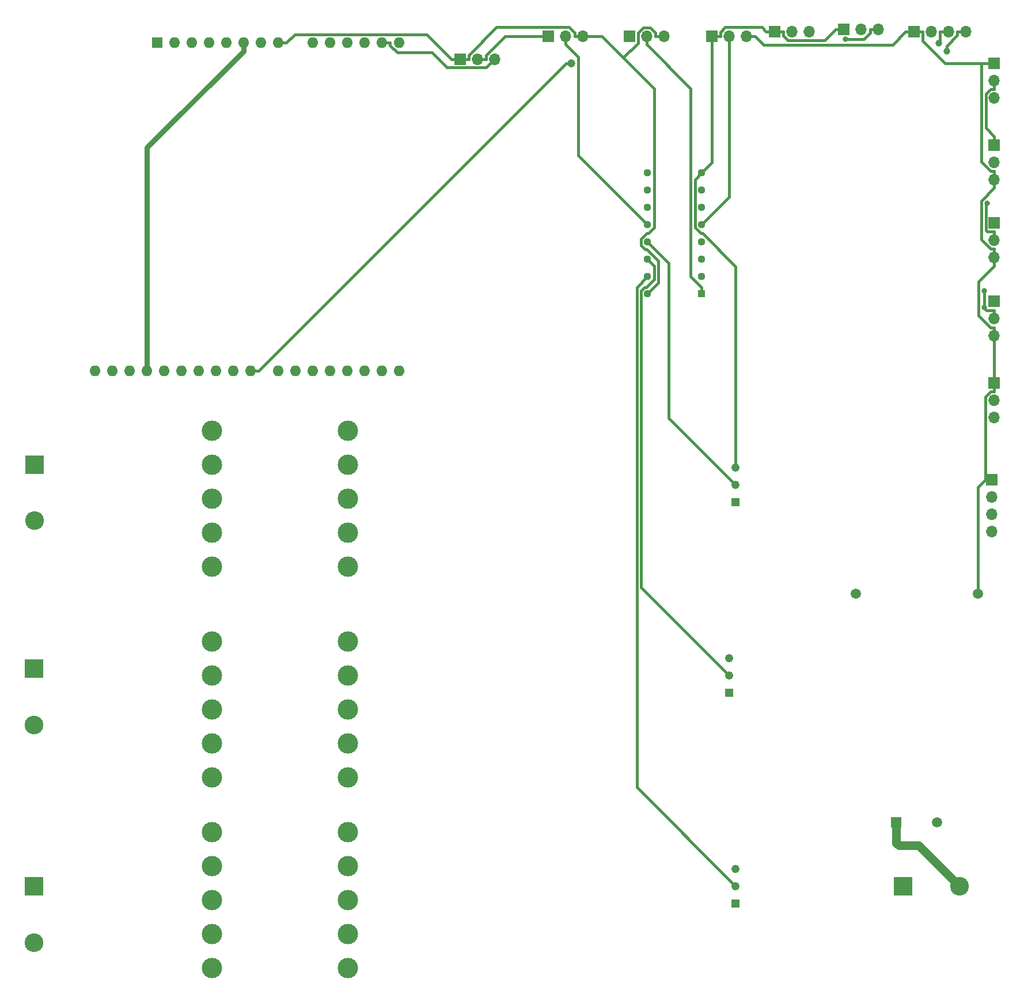
<source format=gbl>
%TF.GenerationSoftware,KiCad,Pcbnew,6.0.4-6f826c9f35~116~ubuntu18.04.1*%
%TF.CreationDate,2022-03-30T21:42:36+05:30*%
%TF.ProjectId,dg Monitor,6467204d-6f6e-4697-946f-722e6b696361,rev?*%
%TF.SameCoordinates,Original*%
%TF.FileFunction,Copper,L2,Bot*%
%TF.FilePolarity,Positive*%
%FSLAX46Y46*%
G04 Gerber Fmt 4.6, Leading zero omitted, Abs format (unit mm)*
G04 Created by KiCad (PCBNEW 6.0.4-6f826c9f35~116~ubuntu18.04.1) date 2022-03-30 21:42:36*
%MOMM*%
%LPD*%
G01*
G04 APERTURE LIST*
%TA.AperFunction,ComponentPad*%
%ADD10R,1.700000X1.700000*%
%TD*%
%TA.AperFunction,ComponentPad*%
%ADD11O,1.700000X1.700000*%
%TD*%
%TA.AperFunction,ComponentPad*%
%ADD12R,2.743200X2.743200*%
%TD*%
%TA.AperFunction,ComponentPad*%
%ADD13C,2.743200*%
%TD*%
%TA.AperFunction,ComponentPad*%
%ADD14O,1.600000X1.600000*%
%TD*%
%TA.AperFunction,ComponentPad*%
%ADD15R,1.600000X1.600000*%
%TD*%
%TA.AperFunction,ComponentPad*%
%ADD16R,1.218000X1.218000*%
%TD*%
%TA.AperFunction,ComponentPad*%
%ADD17C,1.218000*%
%TD*%
%TA.AperFunction,ComponentPad*%
%ADD18C,3.000000*%
%TD*%
%TA.AperFunction,ComponentPad*%
%ADD19R,1.130000X1.130000*%
%TD*%
%TA.AperFunction,ComponentPad*%
%ADD20C,1.130000*%
%TD*%
%TA.AperFunction,ComponentPad*%
%ADD21R,1.500000X1.500000*%
%TD*%
%TA.AperFunction,ComponentPad*%
%ADD22C,1.500000*%
%TD*%
%TA.AperFunction,ViaPad*%
%ADD23C,1.000000*%
%TD*%
%TA.AperFunction,ViaPad*%
%ADD24C,0.800000*%
%TD*%
%TA.AperFunction,ViaPad*%
%ADD25C,1.200000*%
%TD*%
%TA.AperFunction,Conductor*%
%ADD26C,0.400000*%
%TD*%
%TA.AperFunction,Conductor*%
%ADD27C,0.760000*%
%TD*%
%TA.AperFunction,Conductor*%
%ADD28C,1.270000*%
%TD*%
G04 APERTURE END LIST*
D10*
%TO.P,J11,1,Pin_1*%
%TO.N,+5V*%
X188200000Y-23375000D03*
D11*
%TO.P,J11,2,Pin_2*%
%TO.N,GND*%
X190740000Y-23375000D03*
%TO.P,J11,3,Pin_3*%
%TO.N,/Arduino Uno/dCo*%
X193280000Y-23375000D03*
%TO.P,J11,4,Pin_4*%
%TO.N,/Arduino Uno/aCo*%
X195820000Y-23375000D03*
%TD*%
D12*
%TO.P,J14,1,Pin_1*%
%TO.N,Net-(J14-Pad1)*%
X58925000Y-86999500D03*
D13*
%TO.P,J14,2,Pin_2*%
%TO.N,Net-(J14-Pad2)*%
X58925000Y-95254500D03*
%TD*%
D12*
%TO.P,J1,1,Pin_1*%
%TO.N,Net-(J1-Pad1)*%
X186624500Y-149000500D03*
D13*
%TO.P,J1,2,Pin_2*%
%TO.N,Net-(J1-Pad2)*%
X194879500Y-149000500D03*
%TD*%
D10*
%TO.P,J5,1,Pin_1*%
%TO.N,GND*%
X200000000Y-40000000D03*
D11*
%TO.P,J5,2,Pin_2*%
%TO.N,/Arduino Uno/temp*%
X200000000Y-42540000D03*
%TO.P,J5,3,Pin_3*%
%TO.N,+5V*%
X200000000Y-45080000D03*
%TD*%
D14*
%TO.P,A1,32,SCL/A5*%
%TO.N,unconnected-(A1-Pad32)*%
X67810500Y-73244500D03*
%TO.P,A1,31,SDA/A4*%
%TO.N,unconnected-(A1-Pad31)*%
X70350500Y-73244500D03*
%TO.P,A1,30,AREF*%
%TO.N,unconnected-(A1-Pad30)*%
X72890500Y-73244500D03*
%TO.P,A1,29,GND*%
%TO.N,GND*%
X75430500Y-73244500D03*
%TO.P,A1,28,D13*%
%TO.N,unconnected-(A1-Pad28)*%
X77970500Y-73244500D03*
%TO.P,A1,27,D12*%
%TO.N,unconnected-(A1-Pad27)*%
X80510500Y-73244500D03*
%TO.P,A1,26,D11*%
%TO.N,unconnected-(A1-Pad26)*%
X83050500Y-73244500D03*
%TO.P,A1,25,D10*%
%TO.N,unconnected-(A1-Pad25)*%
X85590500Y-73244500D03*
%TO.P,A1,24,D9*%
%TO.N,/Arduino Uno/echo*%
X88130500Y-73244500D03*
%TO.P,A1,23,D8*%
%TO.N,/Arduino Uno/dCo*%
X90670500Y-73244500D03*
%TO.P,A1,22,D7*%
%TO.N,Net-(A1-Pad22)*%
X94730500Y-73244500D03*
%TO.P,A1,21,D6*%
%TO.N,Net-(A1-Pad21)*%
X97270500Y-73244500D03*
%TO.P,A1,20,D5*%
%TO.N,Net-(A1-Pad20)*%
X99810500Y-73244500D03*
%TO.P,A1,19,D4*%
%TO.N,/Arduino Uno/temp*%
X102350500Y-73244500D03*
%TO.P,A1,18,D3*%
%TO.N,/Arduino Uno/trig*%
X104890500Y-73244500D03*
%TO.P,A1,17,D2*%
%TO.N,/Arduino Uno/vibration*%
X107430500Y-73244500D03*
%TO.P,A1,16,D1/TX*%
%TO.N,unconnected-(A1-Pad16)*%
X109970500Y-73244500D03*
%TO.P,A1,15,D0/RX*%
%TO.N,unconnected-(A1-Pad15)*%
X112510500Y-73244500D03*
%TO.P,A1,14,SCL/A5*%
%TO.N,/Arduino Uno/press*%
X112510500Y-24984500D03*
%TO.P,A1,13,SDA/A4*%
%TO.N,/Arduino Uno/rpm*%
X109970500Y-24984500D03*
%TO.P,A1,12,A3*%
%TO.N,/Arduino Uno/DcV2*%
X107430500Y-24984500D03*
%TO.P,A1,11,A2*%
%TO.N,/Arduino Uno/DcV1*%
X104890500Y-24984500D03*
%TO.P,A1,10,A1*%
%TO.N,/Arduino Uno/aCo*%
X102350500Y-24984500D03*
%TO.P,A1,9,A0*%
%TO.N,Net-(A1-Pad9)*%
X99810500Y-24984500D03*
%TO.P,A1,8,VIN*%
%TO.N,+5V*%
X94730500Y-24984500D03*
%TO.P,A1,7,GND*%
%TO.N,GND*%
X92190500Y-24984500D03*
%TO.P,A1,6,GND*%
X89650500Y-24984500D03*
%TO.P,A1,5,+5V*%
%TO.N,unconnected-(A1-Pad5)*%
X87110500Y-24984500D03*
%TO.P,A1,4,3V3*%
%TO.N,unconnected-(A1-Pad4)*%
X84570500Y-24984500D03*
%TO.P,A1,3,~{RESET}*%
%TO.N,unconnected-(A1-Pad3)*%
X82030500Y-24984500D03*
%TO.P,A1,2,IOREF*%
%TO.N,unconnected-(A1-Pad2)*%
X79490500Y-24984500D03*
D15*
%TO.P,A1,1,NC*%
%TO.N,unconnected-(A1-Pad1)*%
X76950500Y-24984500D03*
%TD*%
D16*
%TO.P,RV3,1,1*%
%TO.N,Net-(R11-Pad2)*%
X162000000Y-92540000D03*
D17*
%TO.P,RV3,2,2*%
%TO.N,/Arduino Uno/V_R*%
X162000000Y-90000000D03*
%TO.P,RV3,3,3*%
%TO.N,GND*%
X162000000Y-87460000D03*
%TD*%
D18*
%TO.P,T3,10*%
%TO.N,N/C*%
X105000000Y-133000000D03*
%TO.P,T3,9*%
X105000000Y-113000000D03*
%TO.P,T3,8*%
X85000000Y-118000000D03*
%TO.P,T3,7*%
X85000000Y-128000000D03*
%TO.P,T3,6*%
X105000000Y-123000000D03*
%TO.P,T3,5*%
X85000000Y-123000000D03*
%TO.P,T3,4,SB*%
%TO.N,Net-(R5-Pad1)*%
X105000000Y-118000000D03*
%TO.P,T3,3,SA*%
%TO.N,Net-(D3-Pad4)*%
X105000000Y-128000000D03*
%TO.P,T3,2,AB*%
%TO.N,Net-(J16-Pad1)*%
X85000000Y-113000000D03*
%TO.P,T3,1,AA*%
%TO.N,Net-(J16-Pad2)*%
X85000000Y-133000000D03*
%TD*%
D12*
%TO.P,J15,1,Pin_1*%
%TO.N,Net-(J15-Pad1)*%
X58799500Y-148999500D03*
D13*
%TO.P,J15,2,Pin_2*%
%TO.N,Net-(J15-Pad2)*%
X58799500Y-157254500D03*
%TD*%
D10*
%TO.P,J10,1,Pin_1*%
%TO.N,+5V*%
X199625000Y-89200000D03*
D11*
%TO.P,J10,2,Pin_2*%
%TO.N,/Arduino Uno/trig*%
X199625000Y-91740000D03*
%TO.P,J10,3,Pin_3*%
%TO.N,/Arduino Uno/echo*%
X199625000Y-94280000D03*
%TO.P,J10,4,Pin_4*%
%TO.N,GND*%
X199625000Y-96820000D03*
%TD*%
D10*
%TO.P,J20,1,Pin_1*%
%TO.N,GND*%
X146395000Y-24000000D03*
D11*
%TO.P,J20,2,Pin_2*%
%TO.N,/Arduino Uno/I_Y*%
X148935000Y-24000000D03*
%TO.P,J20,3,Pin_3*%
%TO.N,+5V*%
X151475000Y-24000000D03*
%TD*%
D16*
%TO.P,RV1,1,1*%
%TO.N,Net-(R13-Pad2)*%
X161000000Y-120540000D03*
D17*
%TO.P,RV1,2,2*%
%TO.N,/Arduino Uno/V_Y*%
X161000000Y-118000000D03*
%TO.P,RV1,3,3*%
%TO.N,GND*%
X161000000Y-115460000D03*
%TD*%
D10*
%TO.P,J13,1,Pin_1*%
%TO.N,+5V*%
X200000000Y-75000000D03*
D11*
%TO.P,J13,2,Pin_2*%
%TO.N,GND*%
X200000000Y-77540000D03*
%TO.P,J13,3,Pin_3*%
%TO.N,/Arduino Uno/vibration*%
X200000000Y-80080000D03*
%TD*%
D10*
%TO.P,J21,1,Pin_1*%
%TO.N,GND*%
X158475000Y-24000000D03*
D11*
%TO.P,J21,2,Pin_2*%
%TO.N,/Arduino Uno/I_B*%
X161015000Y-24000000D03*
%TO.P,J21,3,Pin_3*%
%TO.N,+5V*%
X163555000Y-24000000D03*
%TD*%
D12*
%TO.P,J16,1,Pin_1*%
%TO.N,Net-(J16-Pad1)*%
X58799500Y-116999500D03*
D13*
%TO.P,J16,2,Pin_2*%
%TO.N,Net-(J16-Pad2)*%
X58799500Y-125254500D03*
%TD*%
D18*
%TO.P,T1,10*%
%TO.N,N/C*%
X104996000Y-161000000D03*
%TO.P,T1,9*%
X104996000Y-141000000D03*
%TO.P,T1,8*%
X84996000Y-146000000D03*
%TO.P,T1,7*%
X84996000Y-156000000D03*
%TO.P,T1,6*%
X104996000Y-151000000D03*
%TO.P,T1,5*%
X84996000Y-151000000D03*
%TO.P,T1,4,SB*%
%TO.N,Net-(R6-Pad1)*%
X104996000Y-146000000D03*
%TO.P,T1,3,SA*%
%TO.N,Net-(D4-Pad4)*%
X104996000Y-156000000D03*
%TO.P,T1,2,AB*%
%TO.N,Net-(J15-Pad1)*%
X84996000Y-141000000D03*
%TO.P,T1,1,AA*%
%TO.N,Net-(J15-Pad2)*%
X84996000Y-161000000D03*
%TD*%
D10*
%TO.P,J6,1,Pin_1*%
%TO.N,GND*%
X200000000Y-51475000D03*
D11*
%TO.P,J6,2,Pin_2*%
%TO.N,/Arduino Uno/temp*%
X200000000Y-54015000D03*
%TO.P,J6,3,Pin_3*%
%TO.N,+5V*%
X200000000Y-56555000D03*
%TD*%
D19*
%TO.P,U2,1,X4*%
%TO.N,/Arduino Uno/I_Y*%
X156970000Y-61890000D03*
D20*
%TO.P,U2,2,X6*%
%TO.N,unconnected-(U2-Pad2)*%
X156970000Y-59350000D03*
%TO.P,U2,3,X*%
%TO.N,Net-(A1-Pad9)*%
X156970000Y-56810000D03*
%TO.P,U2,4,X7*%
%TO.N,unconnected-(U2-Pad4)*%
X156970000Y-54270000D03*
%TO.P,U2,5,X5*%
%TO.N,/Arduino Uno/I_B*%
X156970000Y-51730000D03*
%TO.P,U2,6,INH*%
%TO.N,unconnected-(U2-Pad6)*%
X156970000Y-49190000D03*
%TO.P,U2,7,VEE*%
%TO.N,unconnected-(U2-Pad7)*%
X156970000Y-46650000D03*
%TO.P,U2,8,VSS*%
%TO.N,GND*%
X156970000Y-44110000D03*
%TO.P,U2,9,C*%
%TO.N,Net-(A1-Pad22)*%
X149030000Y-44110000D03*
%TO.P,U2,10,B*%
%TO.N,Net-(A1-Pad21)*%
X149030000Y-46650000D03*
%TO.P,U2,11,A*%
%TO.N,Net-(A1-Pad20)*%
X149030000Y-49190000D03*
%TO.P,U2,12,X3*%
%TO.N,/Arduino Uno/I_R*%
X149030000Y-51730000D03*
%TO.P,U2,13,X0*%
%TO.N,/Arduino Uno/V_R*%
X149030000Y-54270000D03*
%TO.P,U2,14,X1*%
%TO.N,/Arduino Uno/V_Y*%
X149030000Y-56810000D03*
%TO.P,U2,15,X2*%
%TO.N,/Arduino Uno/V_B*%
X149030000Y-59350000D03*
%TO.P,U2,16,VDD*%
%TO.N,+5V*%
X149030000Y-61890000D03*
%TD*%
D10*
%TO.P,J12,1,Pin_1*%
%TO.N,+5V*%
X200000000Y-28000000D03*
D11*
%TO.P,J12,2,Pin_2*%
%TO.N,GND*%
X200000000Y-30540000D03*
%TO.P,J12,3,Pin_3*%
%TO.N,/Arduino Uno/press*%
X200000000Y-33080000D03*
%TD*%
D21*
%TO.P,PS1,1,AC1*%
%TO.N,Net-(J1-Pad2)*%
X185625000Y-139600000D03*
D22*
%TO.P,PS1,2,AC2*%
%TO.N,Net-(J1-Pad1)*%
X191625000Y-139600000D03*
%TO.P,PS1,3,-VO*%
%TO.N,GND*%
X179625000Y-106000000D03*
%TO.P,PS1,4,+VO*%
%TO.N,+5V*%
X197625000Y-106000000D03*
%TD*%
D10*
%TO.P,J8,1,Pin_1*%
%TO.N,+5V*%
X121475000Y-27375000D03*
D11*
%TO.P,J8,2,Pin_2*%
%TO.N,GND*%
X124015000Y-27375000D03*
%TO.P,J8,3,Pin_3*%
%TO.N,/Arduino Uno/rpm*%
X126555000Y-27375000D03*
%TD*%
D18*
%TO.P,T2,10*%
%TO.N,N/C*%
X105000000Y-102000000D03*
%TO.P,T2,9*%
X105000000Y-82000000D03*
%TO.P,T2,8*%
X85000000Y-87000000D03*
%TO.P,T2,7*%
X85000000Y-97000000D03*
%TO.P,T2,6*%
X105000000Y-92000000D03*
%TO.P,T2,5*%
X85000000Y-92000000D03*
%TO.P,T2,4,SB*%
%TO.N,Net-(R12-Pad1)*%
X105000000Y-87000000D03*
%TO.P,T2,3,SA*%
%TO.N,Net-(D2-Pad4)*%
X105000000Y-97000000D03*
%TO.P,T2,2,AB*%
%TO.N,Net-(J14-Pad1)*%
X85000000Y-82000000D03*
%TO.P,T2,1,AA*%
%TO.N,Net-(J14-Pad2)*%
X85000000Y-102000000D03*
%TD*%
D10*
%TO.P,J17,1,Pin_1*%
%TO.N,GND*%
X134475000Y-24000000D03*
D11*
%TO.P,J17,2,Pin_2*%
%TO.N,/Arduino Uno/I_R*%
X137015000Y-24000000D03*
%TO.P,J17,3,Pin_3*%
%TO.N,+5V*%
X139555000Y-24000000D03*
%TD*%
D16*
%TO.P,RV2,1,1*%
%TO.N,Net-(R14-Pad2)*%
X162000000Y-151540000D03*
D17*
%TO.P,RV2,2,2*%
%TO.N,/Arduino Uno/V_B*%
X162000000Y-149000000D03*
%TO.P,RV2,3,3*%
%TO.N,GND*%
X162000000Y-146460000D03*
%TD*%
D10*
%TO.P,J7,1,Pin_1*%
%TO.N,GND*%
X200000000Y-63000000D03*
D11*
%TO.P,J7,2,Pin_2*%
%TO.N,/Arduino Uno/temp*%
X200000000Y-65540000D03*
%TO.P,J7,3,Pin_3*%
%TO.N,+5V*%
X200000000Y-68080000D03*
%TD*%
D10*
%TO.P,J9,1,Pin_1*%
%TO.N,GND*%
X167740000Y-23375000D03*
D11*
%TO.P,J9,2,Pin_2*%
%TO.N,unconnected-(J9-Pad2)*%
X170280000Y-23375000D03*
%TO.P,J9,3,Pin_3*%
%TO.N,/Arduino Uno/DcV1*%
X172820000Y-23375000D03*
%TD*%
D10*
%TO.P,J19,1,Pin_1*%
%TO.N,GND*%
X177920000Y-23000000D03*
D11*
%TO.P,J19,2,Pin_2*%
%TO.N,unconnected-(J19-Pad2)*%
X180460000Y-23000000D03*
%TO.P,J19,3,Pin_3*%
%TO.N,/Arduino Uno/DcV2*%
X183000000Y-23000000D03*
%TD*%
D23*
%TO.N,/Arduino Uno/aCo*%
X193000000Y-26259500D03*
D24*
%TO.N,/Arduino Uno/DcV2*%
X178113400Y-24456500D03*
%TO.N,/Arduino Uno/temp*%
X198522400Y-63926500D03*
X198522400Y-61418000D03*
X198920300Y-48588100D03*
D25*
%TO.N,/Arduino Uno/dCo*%
X137812100Y-28000000D03*
D23*
X191865980Y-25069767D03*
%TD*%
D26*
%TO.N,GND*%
X176669700Y-23000000D02*
X175044400Y-24625300D01*
X125265300Y-26828000D02*
X125265300Y-27375000D01*
X156004600Y-45075400D02*
X156004600Y-52138700D01*
X124015000Y-27375000D02*
X125265300Y-27375000D01*
X134475000Y-24000000D02*
X128093300Y-24000000D01*
D27*
X75430500Y-73244500D02*
X75430500Y-40404800D01*
D26*
X158475000Y-24000000D02*
X158475000Y-42605000D01*
X175044400Y-24625300D02*
X169693500Y-24625300D01*
X160478000Y-22700300D02*
X165815000Y-22700300D01*
D27*
X75430500Y-40404800D02*
X89650500Y-26184800D01*
D26*
X128093300Y-24000000D02*
X125265300Y-26828000D01*
X156970000Y-44110000D02*
X156004600Y-45075400D01*
X162000000Y-57866600D02*
X162000000Y-87460000D01*
X158475000Y-42605000D02*
X156970000Y-44110000D01*
X165815000Y-22700300D02*
X166489700Y-23375000D01*
X198749700Y-37499400D02*
X200000000Y-38749700D01*
X167740000Y-23375000D02*
X166489700Y-23375000D01*
X167740000Y-23375000D02*
X168990300Y-23375000D01*
X198749700Y-32493600D02*
X198749700Y-37499400D01*
X156865900Y-53000000D02*
X157133400Y-53000000D01*
X200000000Y-40000000D02*
X200000000Y-38749700D01*
D27*
X89650500Y-24984500D02*
X89650500Y-26184800D01*
D26*
X157133400Y-53000000D02*
X162000000Y-57866600D01*
X169693500Y-24625300D02*
X168990300Y-23922100D01*
X200000000Y-30540000D02*
X200000000Y-31790300D01*
X156004600Y-52138700D02*
X156865900Y-53000000D01*
X159725300Y-23453000D02*
X160478000Y-22700300D01*
X200000000Y-31790300D02*
X199453000Y-31790300D01*
X158475000Y-24000000D02*
X159725300Y-24000000D01*
X168990300Y-23922100D02*
X168990300Y-23375000D01*
X177920000Y-23000000D02*
X176669700Y-23000000D01*
X159725300Y-24000000D02*
X159725300Y-23453000D01*
X199453000Y-31790300D02*
X198749700Y-32493600D01*
%TO.N,+5V*%
X200000000Y-68080000D02*
X200000000Y-66829700D01*
X147645400Y-23510800D02*
X148434900Y-22721300D01*
X142277300Y-24000000D02*
X145469200Y-27191900D01*
X148922800Y-55327600D02*
X150617300Y-57022100D01*
X121475000Y-27375000D02*
X120224700Y-27375000D01*
X139555000Y-24000000D02*
X140805300Y-24000000D01*
X148890100Y-53000000D02*
X148064500Y-53825600D01*
X186949700Y-23375000D02*
X185061600Y-25263100D01*
X148064500Y-54739100D02*
X148653000Y-55327600D01*
X149165300Y-53000000D02*
X148890100Y-53000000D01*
X147645400Y-25015700D02*
X147645400Y-23510800D01*
X188200000Y-23375000D02*
X189450300Y-23375000D01*
X192790000Y-28000000D02*
X198132600Y-28000000D01*
X189450300Y-24660300D02*
X192790000Y-28000000D01*
X199625000Y-89200000D02*
X198710400Y-89200000D01*
X139555000Y-24000000D02*
X138304700Y-24000000D01*
X198107900Y-48222400D02*
X198107900Y-53930700D01*
X163555000Y-24000000D02*
X164805300Y-24000000D01*
X126853300Y-22700000D02*
X137522800Y-22700000D01*
X145469200Y-27191900D02*
X147645400Y-25015700D01*
X198132600Y-28000000D02*
X200000000Y-28000000D01*
X94730500Y-24984500D02*
X95930800Y-24984500D01*
X198132600Y-28000000D02*
X198132600Y-42480400D01*
X185061600Y-25263100D02*
X166068400Y-25263100D01*
X149995400Y-52169900D02*
X149165300Y-53000000D01*
X198710400Y-89200000D02*
X197625000Y-90285400D01*
X151475000Y-24000000D02*
X150224700Y-24000000D01*
X121475000Y-27375000D02*
X122725300Y-27375000D01*
X150617300Y-60302700D02*
X149030000Y-61890000D01*
X199481900Y-43829700D02*
X200000000Y-43829700D01*
X198710400Y-76992900D02*
X198710400Y-89200000D01*
X138304700Y-23481900D02*
X138304700Y-24000000D01*
X97159300Y-23756000D02*
X116605700Y-23756000D01*
X200000000Y-56555000D02*
X200000000Y-55304700D01*
X149464100Y-22721300D02*
X150224700Y-23481900D01*
X199453000Y-66829700D02*
X197694900Y-65071600D01*
X189450300Y-23375000D02*
X189450300Y-24660300D01*
X200000000Y-66829700D02*
X199453000Y-66829700D01*
X198132600Y-42480400D02*
X199481900Y-43829700D01*
X145469200Y-27191900D02*
X149995400Y-31718100D01*
X149995400Y-31718100D02*
X149995400Y-52169900D01*
X197694900Y-60110400D02*
X200000000Y-57805300D01*
X122725300Y-27375000D02*
X122725300Y-26828000D01*
X122725300Y-26828000D02*
X126853300Y-22700000D01*
X200000000Y-68080000D02*
X200000000Y-75000000D01*
X200000000Y-75000000D02*
X200000000Y-76250300D01*
X95930800Y-24984500D02*
X97159300Y-23756000D01*
X150617300Y-57022100D02*
X150617300Y-60302700D01*
X197694900Y-65071600D02*
X197694900Y-60110400D01*
X200000000Y-45080000D02*
X200000000Y-43829700D01*
X198107900Y-53930700D02*
X199481900Y-55304700D01*
X166068400Y-25263100D02*
X164805300Y-24000000D01*
X140805300Y-24000000D02*
X142277300Y-24000000D01*
X200000000Y-45080000D02*
X200000000Y-46330300D01*
X199453000Y-76250300D02*
X198710400Y-76992900D01*
X199481900Y-55304700D02*
X200000000Y-55304700D01*
X197625000Y-90285400D02*
X197625000Y-106000000D01*
X116605700Y-23756000D02*
X120224700Y-27375000D01*
X200000000Y-56555000D02*
X200000000Y-57805300D01*
X137522800Y-22700000D02*
X138304700Y-23481900D01*
X200000000Y-46330300D02*
X198107900Y-48222400D01*
X150224700Y-23481900D02*
X150224700Y-24000000D01*
X188200000Y-23375000D02*
X186949700Y-23375000D01*
X148434900Y-22721300D02*
X149464100Y-22721300D01*
X200000000Y-76250300D02*
X199453000Y-76250300D01*
X148064500Y-53825600D02*
X148064500Y-54739100D01*
X148653000Y-55327600D02*
X148922800Y-55327600D01*
%TO.N,/Arduino Uno/aCo*%
X194569700Y-23375000D02*
X195820000Y-23375000D01*
X193000000Y-25462800D02*
X194569700Y-23893100D01*
X194569700Y-23893100D02*
X194569700Y-23375000D01*
X193000000Y-26259500D02*
X193000000Y-25462800D01*
%TO.N,/Arduino Uno/DcV2*%
X183000000Y-23000000D02*
X181749700Y-23000000D01*
X181749700Y-23518100D02*
X181749700Y-23000000D01*
X178113400Y-24456500D02*
X180811300Y-24456500D01*
X180811300Y-24456500D02*
X181749700Y-23518100D01*
%TO.N,/Arduino Uno/rpm*%
X109970500Y-24984500D02*
X111170800Y-24984500D01*
X111170800Y-25357600D02*
X111170800Y-24984500D01*
X125304600Y-28625400D02*
X119555000Y-28625400D01*
X119555000Y-28625400D02*
X117354000Y-26424400D01*
X112237600Y-26424400D02*
X111170800Y-25357600D01*
X117354000Y-26424400D02*
X112237600Y-26424400D01*
X126555000Y-27375000D02*
X125304600Y-28625400D01*
%TO.N,/Arduino Uno/temp*%
X198749600Y-48758800D02*
X198920300Y-48588100D01*
X198984100Y-52764700D02*
X198749600Y-52530200D01*
X200000000Y-65540000D02*
X200000000Y-64289700D01*
X198749600Y-52530200D02*
X198749600Y-48758800D01*
X198522400Y-63926500D02*
X198522400Y-61418000D01*
X198885600Y-64289700D02*
X198522400Y-63926500D01*
X200000000Y-52764700D02*
X198984100Y-52764700D01*
X200000000Y-64289700D02*
X198885600Y-64289700D01*
X200000000Y-54015000D02*
X200000000Y-52764700D01*
%TO.N,/Arduino Uno/dCo*%
X192029700Y-23375000D02*
X193280000Y-23375000D01*
X91870800Y-73220000D02*
X91870800Y-73244500D01*
X192029700Y-24906047D02*
X192029700Y-23375000D01*
X137090800Y-28000000D02*
X91870800Y-73220000D01*
X137812100Y-28000000D02*
X137090800Y-28000000D01*
X91870800Y-73244500D02*
X90670500Y-73244500D01*
X191865980Y-25069767D02*
X192029700Y-24906047D01*
D28*
%TO.N,Net-(J1-Pad2)*%
X188879000Y-143000000D02*
X186000000Y-143000000D01*
X186000000Y-143000000D02*
X185625000Y-142625000D01*
X185625000Y-142625000D02*
X185625000Y-139600000D01*
X194879500Y-149000500D02*
X188879000Y-143000000D01*
D26*
%TO.N,/Arduino Uno/I_R*%
X138811600Y-41511600D02*
X138811600Y-27046900D01*
X137015000Y-24000000D02*
X137015000Y-25250300D01*
X149030000Y-51730000D02*
X138811600Y-41511600D01*
X138811600Y-27046900D02*
X137015000Y-25250300D01*
%TO.N,/Arduino Uno/I_Y*%
X156970000Y-61890000D02*
X156970000Y-60924700D01*
X155395400Y-31710700D02*
X155395400Y-59350100D01*
X148935000Y-25250300D02*
X155395400Y-31710700D01*
X148935000Y-24000000D02*
X148935000Y-25250300D01*
X155395400Y-59350100D02*
X156970000Y-60924700D01*
%TO.N,/Arduino Uno/I_B*%
X161015000Y-24000000D02*
X161015000Y-47685000D01*
X161015000Y-47685000D02*
X156970000Y-51730000D01*
%TO.N,/Arduino Uno/V_Y*%
X150003200Y-57783200D02*
X149030000Y-56810000D01*
X148560700Y-60924600D02*
X148853500Y-60924600D01*
X148046000Y-61439300D02*
X148560700Y-60924600D01*
X150003200Y-59774900D02*
X150003200Y-57783200D01*
X148853500Y-60924600D02*
X150003200Y-59774900D01*
X161000000Y-118000000D02*
X148046000Y-105046000D01*
X148046000Y-105046000D02*
X148046000Y-61439300D01*
%TO.N,/Arduino Uno/V_B*%
X147442000Y-60938000D02*
X147442000Y-134442000D01*
X147442000Y-134442000D02*
X162000000Y-149000000D01*
X149030000Y-59350000D02*
X147442000Y-60938000D01*
%TO.N,/Arduino Uno/V_R*%
X152178600Y-57418600D02*
X149030000Y-54270000D01*
X152178600Y-80178600D02*
X152178600Y-57418600D01*
X162000000Y-90000000D02*
X152178600Y-80178600D01*
%TD*%
M02*

</source>
